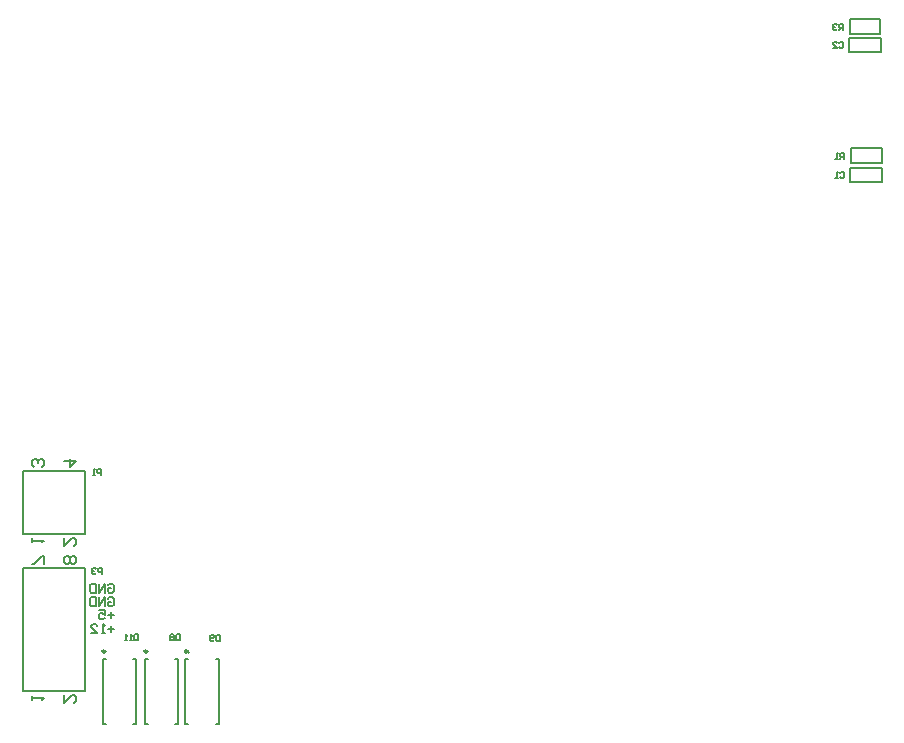
<source format=gbo>
%FSTAX23Y23*%
%MOIN*%
%SFA1B1*%

%IPPOS*%
%ADD12C,0.009800*%
%ADD13C,0.007900*%
%ADD15C,0.006000*%
%ADD17C,0.005000*%
%LNv1.0-1*%
%LPD*%
G54D12*
X01507Y02712D02*
D01*
D01*
G75*
G03X01498I-00004J0D01*
G74*G01*
D01*
G75*
G03X01507I00004J0D01*
G74*G01*
X01232Y02713D02*
D01*
D01*
G75*
G03X01223I-00004J0D01*
G74*G01*
D01*
G75*
G03X01232I00004J0D01*
G74*G01*
X01372D02*
D01*
D01*
G75*
G03X01363I-00004J0D01*
G74*G01*
D01*
G75*
G03X01372I00004J0D01*
G74*G01*
G54D13*
X00957Y03104D02*
X01163D01*
X00957D02*
Y03315D01*
X01163Y03104D02*
Y03315D01*
X00957D02*
X01163D01*
X00957Y02579D02*
X01163D01*
X00957D02*
Y0299D01*
X01163Y02579D02*
Y0299D01*
X00957D02*
X01163D01*
X01499Y0247D02*
Y02686D01*
X0161Y0247D02*
Y02686D01*
X01499D02*
X01508D01*
X01499Y0247D02*
X01508D01*
X01601Y02686D02*
X0161D01*
X01601Y0247D02*
X0161D01*
X01224Y02471D02*
Y02688D01*
X01335Y02471D02*
Y02688D01*
X01224D02*
X01233D01*
X01224Y02471D02*
X01233D01*
X01326Y02688D02*
X01335D01*
X01326Y02471D02*
X01335D01*
X01364D02*
Y02688D01*
X01475Y02471D02*
Y02688D01*
X01364D02*
X01373D01*
X01364Y02471D02*
X01373D01*
X01466Y02688D02*
X01475D01*
X01466Y02471D02*
X01475D01*
G54D15*
X03812Y04821D02*
X03816D01*
Y04769D02*
Y04821D01*
X03714Y04769D02*
X03816D01*
X03714D02*
Y04821D01*
X03812*
X03712Y04712D02*
X03719D01*
X03712D02*
Y04758D01*
X03818*
Y04712D02*
Y04758D01*
X03719Y04712D02*
X03818D01*
X03817Y04391D02*
X03821D01*
Y04339D02*
Y04391D01*
X03719Y04339D02*
X03821D01*
X03719D02*
Y04391D01*
X03817*
X03715Y04277D02*
X03722D01*
X03715D02*
Y04323D01*
X03821*
Y04277D02*
Y04323D01*
X03722Y04277D02*
X03821D01*
X01261Y02834D02*
X01241D01*
X01251Y02844D02*
Y02824D01*
X01211Y02849D02*
X01231D01*
Y02834*
X01221Y02839*
X01216*
X01211Y02834*
Y02824*
X01216Y02819*
X01226*
X01231Y02824*
X01241Y02933D02*
X01246Y02938D01*
X01256*
X01261Y02933*
Y02913*
X01256Y02908*
X01246*
X01241Y02913*
Y02923*
X01251*
X01231Y02908D02*
Y02938D01*
X01211Y02908*
Y02938*
X01201D02*
Y02908D01*
X01186*
X01181Y02913*
Y02933*
X01186Y02938*
X01201*
X01241Y02888D02*
X01246Y02893D01*
X01256*
X01261Y02888*
Y02868*
X01256Y02863*
X01246*
X01241Y02868*
Y02878*
X01251*
X01231Y02863D02*
Y02893D01*
X01211Y02863*
Y02893*
X01201D02*
Y02863D01*
X01186*
X01181Y02868*
Y02888*
X01186Y02893*
X01201*
X01261Y02788D02*
X01241D01*
X01251Y02798D02*
Y02778D01*
X01231Y02773D02*
X01221D01*
X01226*
Y02803*
X01231Y02798*
X01186Y02773D02*
X01206D01*
X01186Y02793*
Y02798*
X01191Y02803*
X01201*
X01206Y02798*
X00989Y03076D02*
Y03089D01*
Y03082*
X01029*
X01022Y03076*
X01095Y03091D02*
Y03064D01*
X01122Y03091*
X01128*
X01135Y03084*
Y03071*
X01128Y03064*
X01022Y03328D02*
X01029Y03334D01*
Y03348*
X01022Y03354*
X01015*
X01009Y03348*
Y03341*
Y03348*
X01002Y03354*
X00995*
X00989Y03348*
Y03334*
X00995Y03328*
X01095Y03348D02*
X01135D01*
X01115Y03328*
Y03354*
X00989Y02551D02*
Y02564D01*
Y02557*
X01029*
X01022Y02551*
X01095Y02566D02*
Y02539D01*
X01122Y02566*
X01128*
X01135Y02559*
Y02546*
X01128Y02539*
X01029Y03003D02*
Y03029D01*
X01022*
X00995Y03003*
X00989*
X01128D02*
X01135Y03009D01*
Y03023*
X01128Y03029*
X01122*
X01115Y03023*
X01108Y03029*
X01102*
X01095Y03023*
Y03009*
X01102Y03003*
X01108*
X01115Y03009*
X01122Y03003*
X01128*
X01115Y03009D02*
Y03023D01*
G54D17*
X01616Y02767D02*
Y02747D01*
X01606*
X01602Y0275*
Y02763*
X01606Y02767*
X01616*
X01596Y0275D02*
X01592Y02747D01*
X01586*
X01582Y0275*
Y02763*
X01586Y02767*
X01592*
X01596Y02763*
Y0276*
X01592Y02757*
X01582*
X01218Y033D02*
Y0332D01*
X01208*
X01205Y03316*
Y0331*
X01208Y03306*
X01218*
X01198Y033D02*
X01191D01*
X01195*
Y0332*
X01198Y03316*
X01221Y0297D02*
Y0299D01*
X01211*
X01208Y02986*
Y0298*
X01211Y02976*
X01221*
X01201Y02986D02*
X01198Y0299D01*
X01191*
X01188Y02986*
Y02983*
X01191Y0298*
X01195*
X01191*
X01188Y02976*
Y02973*
X01191Y0297*
X01198*
X01201Y02973*
X01481Y02769D02*
Y02749D01*
X01471*
X01467Y02752*
Y02765*
X01471Y02769*
X01481*
X01461Y02765D02*
X01457Y02769D01*
X01451*
X01447Y02765*
Y02762*
X01451Y02759*
X01447Y02755*
Y02752*
X01451Y02749*
X01457*
X01461Y02752*
Y02755*
X01457Y02759*
X01461Y02762*
Y02765*
X01457Y02759D02*
X01451D01*
X01341Y02769D02*
Y02749D01*
X01331*
X01327Y02752*
Y02765*
X01331Y02769*
X01341*
X01321Y02749D02*
X01314D01*
X01317*
Y02769*
X01321Y02765*
X01304Y02749D02*
X01297D01*
X01301*
Y02769*
X01304Y02765*
X03691Y04785D02*
Y04805D01*
X03681*
X03678Y04801*
Y04795*
X03681Y04791*
X03691*
X03685D02*
X03678Y04785D01*
X03671Y04801D02*
X03668Y04805D01*
X03661*
X03658Y04801*
Y04798*
X03661Y04795*
X03665*
X03661*
X03658Y04791*
Y04788*
X03661Y04785*
X03668*
X03671Y04788*
X03678Y04741D02*
X03681Y04745D01*
X03688*
X03691Y04741*
Y04728*
X03688Y04725*
X03681*
X03678Y04728*
X03658Y04725D02*
X03671D01*
X03658Y04738*
Y04741*
X03661Y04745*
X03668*
X03671Y04741*
X03693Y04355D02*
Y04375D01*
X03683*
X0368Y04371*
Y04365*
X03683Y04361*
X03693*
X03686D02*
X0368Y04355D01*
X03673D02*
X03666D01*
X0367*
Y04375*
X03673Y04371*
X0368Y04306D02*
X03683Y0431D01*
X0369*
X03693Y04306*
Y04293*
X0369Y0429*
X03683*
X0368Y04293*
X03673Y0429D02*
X03666D01*
X0367*
Y0431*
X03673Y04306*
M02*
</source>
